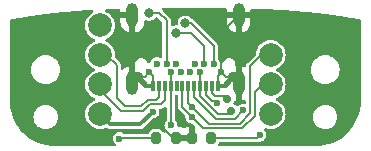
<source format=gbr>
%TF.GenerationSoftware,KiCad,Pcbnew,7.0.6*%
%TF.CreationDate,2023-11-30T13:43:46-08:00*%
%TF.ProjectId,UGC_USBC,5547435f-5553-4424-932e-6b696361645f,rev?*%
%TF.SameCoordinates,Original*%
%TF.FileFunction,Copper,L1,Top*%
%TF.FilePolarity,Positive*%
%FSLAX46Y46*%
G04 Gerber Fmt 4.6, Leading zero omitted, Abs format (unit mm)*
G04 Created by KiCad (PCBNEW 7.0.6) date 2023-11-30 13:43:46*
%MOMM*%
%LPD*%
G01*
G04 APERTURE LIST*
G04 Aperture macros list*
%AMRoundRect*
0 Rectangle with rounded corners*
0 $1 Rounding radius*
0 $2 $3 $4 $5 $6 $7 $8 $9 X,Y pos of 4 corners*
0 Add a 4 corners polygon primitive as box body*
4,1,4,$2,$3,$4,$5,$6,$7,$8,$9,$2,$3,0*
0 Add four circle primitives for the rounded corners*
1,1,$1+$1,$2,$3*
1,1,$1+$1,$4,$5*
1,1,$1+$1,$6,$7*
1,1,$1+$1,$8,$9*
0 Add four rect primitives between the rounded corners*
20,1,$1+$1,$2,$3,$4,$5,0*
20,1,$1+$1,$4,$5,$6,$7,0*
20,1,$1+$1,$6,$7,$8,$9,0*
20,1,$1+$1,$8,$9,$2,$3,0*%
G04 Aperture macros list end*
%TA.AperFunction,SMDPad,CuDef*%
%ADD10RoundRect,0.200000X0.200000X0.275000X-0.200000X0.275000X-0.200000X-0.275000X0.200000X-0.275000X0*%
%TD*%
%TA.AperFunction,SMDPad,CuDef*%
%ADD11RoundRect,0.200000X-0.200000X-0.275000X0.200000X-0.275000X0.200000X0.275000X-0.200000X0.275000X0*%
%TD*%
%TA.AperFunction,SMDPad,CuDef*%
%ADD12R,0.350000X0.890000*%
%TD*%
%TA.AperFunction,ComponentPad*%
%ADD13C,0.600000*%
%TD*%
%TA.AperFunction,ComponentPad*%
%ADD14O,1.000000X2.000000*%
%TD*%
%TA.AperFunction,ComponentPad*%
%ADD15C,0.900000*%
%TD*%
%TA.AperFunction,ViaPad*%
%ADD16C,0.800000*%
%TD*%
%TA.AperFunction,ViaPad*%
%ADD17C,0.600000*%
%TD*%
%TA.AperFunction,ViaPad*%
%ADD18C,0.700000*%
%TD*%
%TA.AperFunction,ViaPad*%
%ADD19C,2.000000*%
%TD*%
%TA.AperFunction,Conductor*%
%ADD20C,0.200000*%
%TD*%
%TA.AperFunction,Conductor*%
%ADD21C,0.350000*%
%TD*%
G04 APERTURE END LIST*
D10*
%TO.P,R2,1*%
%TO.N,GND*%
X228092000Y-158394400D03*
%TO.P,R2,2*%
%TO.N,CC2*%
X226442000Y-158394400D03*
%TD*%
D11*
%TO.P,R1,1*%
%TO.N,GND*%
X229463600Y-158394400D03*
%TO.P,R1,2*%
%TO.N,CC1*%
X231113600Y-158394400D03*
%TD*%
D12*
%TO.P,J1,A1,GND*%
%TO.N,GND*%
X231666178Y-154017400D03*
%TO.P,J1,A2,SSTXP1*%
%TO.N,+3.3V_PRE*%
X231166178Y-154017400D03*
%TO.P,J1,A3,SSTXN1*%
%TO.N,N_CLOCK*%
X230666178Y-154017400D03*
%TO.P,J1,A4,VBUS*%
%TO.N,+5V_PRE*%
X230166178Y-154017400D03*
%TO.P,J1,A5,CC1*%
%TO.N,CC1*%
X229666178Y-154017400D03*
%TO.P,J1,A6,DP1*%
%TO.N,D+*%
X229166178Y-154017400D03*
%TO.P,J1,A7,DN1*%
%TO.N,D-*%
X228666178Y-154017400D03*
%TO.P,J1,A8,SBU1*%
%TO.N,unconnected-(J1-SBU1-PadA8)*%
X228166178Y-154017400D03*
%TO.P,J1,A9,VBUS*%
%TO.N,+5V_PRE*%
X227666178Y-154017400D03*
%TO.P,J1,A10,SSRXN2*%
%TO.N,N_LATCH*%
X227166178Y-154017400D03*
%TO.P,J1,A11,SSRXP2*%
%TO.N,N_DATA*%
X226666178Y-154017400D03*
%TO.P,J1,A12,GND*%
%TO.N,GND*%
X226166178Y-154017400D03*
D13*
%TO.P,J1,B1,GND*%
X225866178Y-152812400D03*
%TO.P,J1,B2,SSTXP2*%
%TO.N,+3.3V_PRE*%
X226516178Y-152112400D03*
%TO.P,J1,B3,SSTXN2*%
%TO.N,N_CLOCK*%
X227316178Y-152112400D03*
%TO.P,J1,B4,VBUS*%
%TO.N,+5V_PRE*%
X227716178Y-152812400D03*
%TO.P,J1,B5,CC2*%
%TO.N,CC2*%
X228116178Y-152112400D03*
%TO.P,J1,B6,DP2*%
%TO.N,D+*%
X228516178Y-152812400D03*
%TO.P,J1,B7,DN2*%
%TO.N,D-*%
X229316178Y-152812400D03*
%TO.P,J1,B8,SBU2*%
%TO.N,unconnected-(J1-SBU2-PadB8)*%
X229716178Y-152112400D03*
%TO.P,J1,B9,VBUS*%
%TO.N,+5V_PRE*%
X230116178Y-152812400D03*
%TO.P,J1,B10,SSRXN1*%
%TO.N,N_LATCH*%
X230516178Y-152112400D03*
%TO.P,J1,B11,SSRXP1*%
%TO.N,N_DATA*%
X231316178Y-152112400D03*
%TO.P,J1,B12,GND*%
%TO.N,GND*%
X231966178Y-152812400D03*
D14*
%TO.P,J1,SH1,SHIELD*%
X233416178Y-148012400D03*
D15*
%TO.P,J1,SH2,SHIELD*%
X232966178Y-153212400D03*
D14*
%TO.P,J1,SH3,SHIELD*%
X233416178Y-153762400D03*
%TO.P,J1,SH4,SHIELD*%
X224416178Y-148012400D03*
D15*
%TO.P,J1,SH5,SHIELD*%
X224866178Y-153212400D03*
D14*
%TO.P,J1,SH6,SHIELD*%
X224416178Y-153762400D03*
%TD*%
D16*
%TO.N,GND*%
X221742000Y-158445200D03*
X226618800Y-157073600D03*
%TO.N,N_LATCH*%
X228142800Y-149504400D03*
D17*
%TO.N,+5V_PRE*%
X227685600Y-157327600D03*
%TO.N,N_CLOCK*%
X231599102Y-155449984D03*
D18*
%TO.N,+3.3V_PRE*%
X232460800Y-155092400D03*
%TO.N,+5V_PRE*%
X232811415Y-156107776D03*
D17*
%TO.N,D+*%
X229463600Y-155752800D03*
%TO.N,CC1*%
X235211839Y-158136958D03*
X233788651Y-156056353D03*
%TO.N,D-*%
X229472830Y-156616400D03*
%TO.N,+3.3V_PRE*%
X226161600Y-156159200D03*
D16*
%TO.N,N_DATA*%
X228904800Y-148691600D03*
%TO.N,N_CLOCK*%
X225856800Y-147828000D03*
D17*
%TO.N,CC2*%
X223316800Y-158445200D03*
D19*
%TO.N,N_CLOCK*%
X221691200Y-148862400D03*
%TO.N,+5V_PRE*%
X236141200Y-156362400D03*
%TO.N,D-*%
X236141200Y-153862400D03*
%TO.N,D+*%
X236141200Y-151362400D03*
%TO.N,GND*%
X236141200Y-148862400D03*
%TO.N,+3.3V_PRE*%
X221691200Y-156362400D03*
%TO.N,N_LATCH*%
X221691200Y-153862400D03*
%TO.N,N_DATA*%
X221691200Y-151362400D03*
%TD*%
D20*
%TO.N,GND*%
X225450400Y-157835600D02*
X223113600Y-157835600D01*
X223113600Y-157835600D02*
X222351600Y-157835600D01*
X225602800Y-157683200D02*
X225450400Y-157835600D01*
X222351600Y-157835600D02*
X221742000Y-158445200D01*
X226212400Y-157073600D02*
X225602800Y-157683200D01*
X226618800Y-157073600D02*
X226212400Y-157073600D01*
X227076000Y-157632400D02*
X226618800Y-157175200D01*
X227838000Y-158394400D02*
X227076000Y-157632400D01*
X226618800Y-157175200D02*
X226618800Y-157073600D01*
X228092000Y-158394400D02*
X227838000Y-158394400D01*
X228092000Y-158394400D02*
X229463600Y-158394400D01*
X231966178Y-149462400D02*
X233416178Y-148012400D01*
X231966178Y-152812400D02*
X231966178Y-149462400D01*
X233416178Y-153762400D02*
X233416178Y-148012400D01*
X226166178Y-153112400D02*
X226166178Y-154017400D01*
X225866178Y-152812400D02*
X226166178Y-153112400D01*
X225466178Y-153212400D02*
X225866178Y-152812400D01*
X224866178Y-153212400D02*
X225466178Y-153212400D01*
X232371421Y-153217643D02*
X232971424Y-153217643D01*
X231966178Y-152812400D02*
X232371421Y-153217643D01*
X231666178Y-153112400D02*
X231966178Y-152812400D01*
X231666178Y-154017400D02*
X231666178Y-153112400D01*
%TO.N,+5V_PRE*%
X230166178Y-154873692D02*
X230166178Y-154017400D01*
X231654886Y-156362400D02*
X230166178Y-154873692D01*
X232556791Y-156362400D02*
X231654886Y-156362400D01*
X232811415Y-156107776D02*
X232556791Y-156362400D01*
%TO.N,+3.3V_PRE*%
X232213200Y-154844800D02*
X231400400Y-154844800D01*
X232460800Y-155092400D02*
X232213200Y-154844800D01*
X231166178Y-154610578D02*
X231166178Y-154017400D01*
X231400400Y-154844800D02*
X231166178Y-154610578D01*
%TO.N,N_DATA*%
X222228400Y-151362400D02*
X221691200Y-151362400D01*
X223113600Y-152247600D02*
X222228400Y-151362400D01*
X223113600Y-154990800D02*
X223113600Y-152247600D01*
X223824800Y-155702000D02*
X223113600Y-154990800D01*
X225189514Y-155702000D02*
X223824800Y-155702000D01*
X225741914Y-155149600D02*
X225189514Y-155702000D01*
X226409200Y-155149600D02*
X225741914Y-155149600D01*
X226666178Y-154892622D02*
X226409200Y-155149600D01*
X226666178Y-154017400D02*
X226666178Y-154892622D01*
%TO.N,N_LATCH*%
X227166178Y-155205422D02*
X227166178Y-154017400D01*
X226822000Y-155549600D02*
X227166178Y-155205422D01*
X225907600Y-155549600D02*
X226822000Y-155549600D01*
X225348800Y-156108400D02*
X225907600Y-155549600D01*
X223469200Y-156108400D02*
X225348800Y-156108400D01*
X221691200Y-154330400D02*
X223469200Y-156108400D01*
X221691200Y-153862400D02*
X221691200Y-154330400D01*
%TO.N,N_DATA*%
X229412800Y-148691600D02*
X231316178Y-150594978D01*
X231316178Y-150594978D02*
X231316178Y-152112400D01*
X228904800Y-148691600D02*
X229412800Y-148691600D01*
%TO.N,N_LATCH*%
X229920800Y-150012400D02*
X229412800Y-149504400D01*
X229412800Y-149504400D02*
X228142800Y-149504400D01*
X230516178Y-150607778D02*
X229920800Y-150012400D01*
X230516178Y-152112400D02*
X230516178Y-150607778D01*
D21*
%TO.N,+3.3V_PRE*%
X222554800Y-157226000D02*
X225094800Y-157226000D01*
X221691200Y-156362400D02*
X222554800Y-157226000D01*
X225094800Y-157226000D02*
X226161600Y-156159200D01*
D20*
%TO.N,CC1*%
X229666178Y-154939378D02*
X229666178Y-154017400D01*
X231495600Y-156768800D02*
X229666178Y-154939378D01*
X233788651Y-156056353D02*
X233076204Y-156768800D01*
X233076204Y-156768800D02*
X231495600Y-156768800D01*
%TO.N,+5V_PRE*%
X227685600Y-157327600D02*
X227666178Y-157308178D01*
X227666178Y-157308178D02*
X227666178Y-154017400D01*
%TO.N,N_CLOCK*%
X230666178Y-154770978D02*
X230666178Y-154017400D01*
X231140000Y-155244800D02*
X230666178Y-154770978D01*
X231393918Y-155244800D02*
X231140000Y-155244800D01*
X231599102Y-155449984D02*
X231393918Y-155244800D01*
%TO.N,D+*%
X234398973Y-152290627D02*
X235327200Y-151362400D01*
X234398973Y-156303827D02*
X234398973Y-152290627D01*
X235327200Y-151362400D02*
X236141200Y-151362400D01*
X230886000Y-157175200D02*
X233527600Y-157175200D01*
X233527600Y-157175200D02*
X234398973Y-156303827D01*
X229463600Y-155752800D02*
X230886000Y-157175200D01*
%TO.N,CC1*%
X234954397Y-158394400D02*
X231113600Y-158394400D01*
X235211839Y-158136958D02*
X234954397Y-158394400D01*
%TO.N,D-*%
X234812933Y-154518267D02*
X235468800Y-153862400D01*
X234812933Y-156499467D02*
X234812933Y-154518267D01*
X235468800Y-153862400D02*
X236141200Y-153862400D01*
X230438030Y-157581600D02*
X233730800Y-157581600D01*
X233730800Y-157581600D02*
X234812933Y-156499467D01*
X229472830Y-156616400D02*
X230438030Y-157581600D01*
X229472830Y-156616400D02*
X228666178Y-155809748D01*
X228666178Y-155809748D02*
X228666178Y-154017400D01*
%TO.N,N_CLOCK*%
X227316178Y-148423778D02*
X227316178Y-152112400D01*
X226720400Y-147828000D02*
X227316178Y-148423778D01*
X225856800Y-147828000D02*
X226720400Y-147828000D01*
%TO.N,D+*%
X229166178Y-155455378D02*
X229463600Y-155752800D01*
X229166178Y-154017400D02*
X229166178Y-155455378D01*
%TO.N,+5V_PRE*%
X227666178Y-152862400D02*
X227666178Y-154017400D01*
X227716178Y-152812400D02*
X227666178Y-152862400D01*
X230166178Y-152862400D02*
X230166178Y-154017400D01*
X230116178Y-152812400D02*
X230166178Y-152862400D01*
D21*
%TO.N,GND*%
X235291200Y-148012400D02*
X236141200Y-148862400D01*
X233416178Y-148012400D02*
X235291200Y-148012400D01*
D20*
%TO.N,CC2*%
X223367600Y-158394400D02*
X223316800Y-158445200D01*
X226442000Y-158394400D02*
X223367600Y-158394400D01*
%TD*%
%TA.AperFunction,Conductor*%
%TO.N,GND*%
G36*
X221065248Y-147557808D02*
G01*
X221114171Y-147607691D01*
X221128360Y-147676104D01*
X221103310Y-147741329D01*
X221066776Y-147773441D01*
X221063568Y-147775293D01*
X220884321Y-147900802D01*
X220729602Y-148055521D01*
X220604100Y-148234757D01*
X220604098Y-148234761D01*
X220511626Y-148433068D01*
X220511622Y-148433077D01*
X220454993Y-148644420D01*
X220454993Y-148644423D01*
X220450866Y-148691598D01*
X220435923Y-148862397D01*
X220435923Y-148862402D01*
X220454993Y-149080375D01*
X220454993Y-149080379D01*
X220511622Y-149291722D01*
X220511624Y-149291726D01*
X220511625Y-149291730D01*
X220545986Y-149365418D01*
X220604097Y-149490038D01*
X220604098Y-149490039D01*
X220729602Y-149669277D01*
X220884323Y-149823998D01*
X221048460Y-149938928D01*
X221063561Y-149949502D01*
X221171893Y-150000018D01*
X221224332Y-150046190D01*
X221243484Y-150113384D01*
X221223268Y-150180265D01*
X221171893Y-150224782D01*
X221063562Y-150275298D01*
X221063557Y-150275300D01*
X220884321Y-150400802D01*
X220729602Y-150555521D01*
X220604100Y-150734757D01*
X220604098Y-150734761D01*
X220511626Y-150933068D01*
X220511622Y-150933077D01*
X220454993Y-151144420D01*
X220454993Y-151144423D01*
X220435923Y-151362400D01*
X220452144Y-151547817D01*
X220454993Y-151580375D01*
X220454993Y-151580379D01*
X220511622Y-151791722D01*
X220511624Y-151791726D01*
X220511625Y-151791730D01*
X220531698Y-151834776D01*
X220604097Y-151990038D01*
X220621775Y-152015284D01*
X220729602Y-152169277D01*
X220884323Y-152323998D01*
X221044004Y-152435808D01*
X221063561Y-152449502D01*
X221171893Y-152500018D01*
X221224332Y-152546190D01*
X221243484Y-152613384D01*
X221223268Y-152680265D01*
X221171893Y-152724782D01*
X221063562Y-152775298D01*
X221063557Y-152775300D01*
X220884321Y-152900802D01*
X220729602Y-153055521D01*
X220604100Y-153234757D01*
X220604098Y-153234761D01*
X220511626Y-153433068D01*
X220511622Y-153433077D01*
X220454993Y-153644420D01*
X220454993Y-153644424D01*
X220435923Y-153862397D01*
X220435923Y-153862402D01*
X220440515Y-153914889D01*
X220454897Y-154079284D01*
X220454993Y-154080375D01*
X220454993Y-154080379D01*
X220511622Y-154291722D01*
X220511624Y-154291726D01*
X220511625Y-154291730D01*
X220526155Y-154322889D01*
X220604097Y-154490038D01*
X220627460Y-154523404D01*
X220729602Y-154669277D01*
X220884323Y-154823998D01*
X221043761Y-154935638D01*
X221063561Y-154949502D01*
X221171893Y-155000018D01*
X221224332Y-155046190D01*
X221243484Y-155113384D01*
X221223268Y-155180265D01*
X221171893Y-155224782D01*
X221063562Y-155275298D01*
X221063557Y-155275300D01*
X220884321Y-155400802D01*
X220729602Y-155555521D01*
X220604100Y-155734757D01*
X220604098Y-155734761D01*
X220511626Y-155933068D01*
X220511622Y-155933077D01*
X220454993Y-156144420D01*
X220454993Y-156144424D01*
X220435923Y-156362397D01*
X220435923Y-156362402D01*
X220441631Y-156427640D01*
X220453539Y-156563762D01*
X220454993Y-156580375D01*
X220454993Y-156580379D01*
X220511622Y-156791722D01*
X220511624Y-156791726D01*
X220511625Y-156791730D01*
X220527887Y-156826604D01*
X220604097Y-156990038D01*
X220604098Y-156990039D01*
X220729602Y-157169277D01*
X220884323Y-157323998D01*
X221063561Y-157449502D01*
X221261870Y-157541975D01*
X221261876Y-157541976D01*
X221261877Y-157541977D01*
X221284038Y-157547915D01*
X221473223Y-157598607D01*
X221656126Y-157614608D01*
X221691198Y-157617677D01*
X221691200Y-157617677D01*
X221691202Y-157617677D01*
X221719454Y-157615205D01*
X221909177Y-157598607D01*
X222120530Y-157541975D01*
X222143110Y-157531445D01*
X222212183Y-157520951D01*
X222275968Y-157549468D01*
X222283197Y-157556145D01*
X222301580Y-157574528D01*
X222323099Y-157585492D01*
X222339678Y-157595651D01*
X222359219Y-157609849D01*
X222382181Y-157617309D01*
X222400154Y-157624753D01*
X222421674Y-157635719D01*
X222445524Y-157639495D01*
X222464445Y-157644039D01*
X222486289Y-157651136D01*
X222487407Y-157651500D01*
X222487408Y-157651500D01*
X223236135Y-157651500D01*
X223303174Y-157671185D01*
X223314335Y-157684066D01*
X223315153Y-157682760D01*
X223378359Y-157652981D01*
X223397465Y-157651500D01*
X225162192Y-157651500D01*
X225162193Y-157651500D01*
X225185160Y-157644036D01*
X225204076Y-157639495D01*
X225227926Y-157635719D01*
X225249436Y-157624757D01*
X225267414Y-157617310D01*
X225290381Y-157609849D01*
X225309918Y-157595653D01*
X225326506Y-157585488D01*
X225348020Y-157574528D01*
X225443328Y-157479220D01*
X225443328Y-157479219D01*
X226185385Y-156737161D01*
X226246706Y-156703678D01*
X226256861Y-156701908D01*
X226305309Y-156695530D01*
X226439225Y-156640061D01*
X226554221Y-156551821D01*
X226642461Y-156436825D01*
X226697930Y-156302909D01*
X226716850Y-156159200D01*
X226701635Y-156043635D01*
X226712400Y-155974602D01*
X226758780Y-155922346D01*
X226809236Y-155904403D01*
X226839940Y-155900576D01*
X226847616Y-155900100D01*
X226851035Y-155900100D01*
X226851040Y-155900100D01*
X226854608Y-155899504D01*
X226872539Y-155896513D01*
X226899958Y-155893094D01*
X226923393Y-155890173D01*
X226923402Y-155890168D01*
X226930451Y-155888070D01*
X226937377Y-155885692D01*
X226937381Y-155885692D01*
X226982444Y-155861304D01*
X227028484Y-155838798D01*
X227028487Y-155838794D01*
X227034453Y-155834535D01*
X227040251Y-155830021D01*
X227040258Y-155830018D01*
X227074957Y-155792324D01*
X227103998Y-155763282D01*
X227165317Y-155729799D01*
X227235008Y-155734782D01*
X227290943Y-155776653D01*
X227315361Y-155842117D01*
X227315677Y-155850965D01*
X227315677Y-156863305D01*
X227295992Y-156930344D01*
X227290053Y-156938791D01*
X227204739Y-157049974D01*
X227204738Y-157049976D01*
X227149271Y-157183887D01*
X227149270Y-157183891D01*
X227130350Y-157327600D01*
X227148992Y-157469201D01*
X227149270Y-157471308D01*
X227149271Y-157471312D01*
X227204737Y-157605222D01*
X227204738Y-157605224D01*
X227204739Y-157605225D01*
X227253944Y-157669350D01*
X227279138Y-157734519D01*
X227265100Y-157802963D01*
X227261687Y-157808983D01*
X227248981Y-157830001D01*
X227248979Y-157830005D01*
X227244412Y-157844663D01*
X227205673Y-157902810D01*
X227141647Y-157930782D01*
X227072662Y-157919699D01*
X227026258Y-157881404D01*
X226964150Y-157797250D01*
X226854882Y-157716607D01*
X226854880Y-157716606D01*
X226726700Y-157671753D01*
X226696270Y-157668900D01*
X226696266Y-157668900D01*
X226187734Y-157668900D01*
X226187730Y-157668900D01*
X226157300Y-157671753D01*
X226157298Y-157671753D01*
X226029119Y-157716606D01*
X226029117Y-157716607D01*
X225919850Y-157797250D01*
X225841944Y-157902810D01*
X225839207Y-157906518D01*
X225820193Y-157960856D01*
X225779473Y-158017631D01*
X225714520Y-158043378D01*
X225703153Y-158043900D01*
X223740202Y-158043900D01*
X223673163Y-158024215D01*
X223664715Y-158018275D01*
X223594426Y-157964339D01*
X223594423Y-157964338D01*
X223460512Y-157908871D01*
X223460510Y-157908870D01*
X223460509Y-157908870D01*
X223381278Y-157898438D01*
X223317383Y-157870172D01*
X223314854Y-157866338D01*
X223271070Y-157894477D01*
X223252321Y-157898438D01*
X223190971Y-157906516D01*
X223173091Y-157908870D01*
X223173087Y-157908871D01*
X223039177Y-157964337D01*
X222924179Y-158052579D01*
X222835937Y-158167577D01*
X222780471Y-158301487D01*
X222780470Y-158301491D01*
X222761550Y-158445200D01*
X222780276Y-158587439D01*
X222780470Y-158588908D01*
X222780471Y-158588912D01*
X222835937Y-158722822D01*
X222835938Y-158722824D01*
X222835939Y-158722825D01*
X222908501Y-158817389D01*
X222924180Y-158837822D01*
X222960465Y-158865664D01*
X223001668Y-158922092D01*
X223005823Y-158991838D01*
X222971611Y-159052758D01*
X222909893Y-159085511D01*
X222884979Y-159088040D01*
X217917729Y-159088040D01*
X217914686Y-159087965D01*
X217541923Y-159069652D01*
X217535865Y-159069056D01*
X217168209Y-159014519D01*
X217162239Y-159013332D01*
X216801704Y-158923023D01*
X216795878Y-158921256D01*
X216445919Y-158796039D01*
X216440294Y-158793709D01*
X216104307Y-158634800D01*
X216098938Y-158631931D01*
X215780138Y-158440852D01*
X215775075Y-158437469D01*
X215476535Y-158216057D01*
X215471829Y-158212195D01*
X215471799Y-158212168D01*
X215196430Y-157962590D01*
X215192135Y-157958295D01*
X214942515Y-157682886D01*
X214938670Y-157678200D01*
X214717247Y-157379649D01*
X214713875Y-157374602D01*
X214590808Y-157169281D01*
X214522781Y-157055787D01*
X214519920Y-157050433D01*
X214360998Y-156714426D01*
X214358677Y-156708823D01*
X214324176Y-156612400D01*
X216052878Y-156612400D01*
X216072677Y-156813431D01*
X216131318Y-157006745D01*
X216226538Y-157184888D01*
X216226543Y-157184895D01*
X216354692Y-157341047D01*
X216450167Y-157419400D01*
X216510846Y-157469198D01*
X216510849Y-157469199D01*
X216510851Y-157469201D01*
X216688994Y-157564421D01*
X216688996Y-157564421D01*
X216688999Y-157564423D01*
X216882307Y-157623062D01*
X217083340Y-157642862D01*
X217284373Y-157623062D01*
X217477681Y-157564423D01*
X217519675Y-157541977D01*
X217559011Y-157520951D01*
X217655834Y-157469198D01*
X217811987Y-157341047D01*
X217940138Y-157184894D01*
X218035363Y-157006741D01*
X218094002Y-156813433D01*
X218113802Y-156612400D01*
X218094002Y-156411367D01*
X218035363Y-156218059D01*
X218035361Y-156218056D01*
X218035361Y-156218054D01*
X217940141Y-156039911D01*
X217940139Y-156039909D01*
X217940138Y-156039906D01*
X217886545Y-155974602D01*
X217811987Y-155883752D01*
X217655835Y-155755603D01*
X217655828Y-155755598D01*
X217477685Y-155660378D01*
X217284371Y-155601737D01*
X217083340Y-155581938D01*
X216882308Y-155601737D01*
X216688994Y-155660378D01*
X216510851Y-155755598D01*
X216510844Y-155755603D01*
X216354692Y-155883752D01*
X216226543Y-156039904D01*
X216226538Y-156039911D01*
X216131318Y-156218054D01*
X216072677Y-156411368D01*
X216052878Y-156612400D01*
X214324176Y-156612400D01*
X214233453Y-156358853D01*
X214231690Y-156353042D01*
X214231686Y-156353028D01*
X214141373Y-155992490D01*
X214140186Y-155986524D01*
X214140185Y-155986519D01*
X214107070Y-155763285D01*
X214085648Y-155618872D01*
X214085051Y-155612814D01*
X214066775Y-155240863D01*
X214066700Y-155237820D01*
X214066700Y-152612401D01*
X215853158Y-152612401D01*
X215871847Y-152826013D01*
X215871849Y-152826024D01*
X215927345Y-153033139D01*
X215927347Y-153033143D01*
X215927348Y-153033147D01*
X215937782Y-153055523D01*
X216017971Y-153227490D01*
X216091087Y-153331910D01*
X216140967Y-153403145D01*
X216292595Y-153554773D01*
X216468249Y-153677768D01*
X216662593Y-153768392D01*
X216869721Y-153823892D01*
X217022305Y-153837241D01*
X217083338Y-153842581D01*
X217083340Y-153842581D01*
X217083342Y-153842581D01*
X217136744Y-153837908D01*
X217296959Y-153823892D01*
X217504087Y-153768392D01*
X217698431Y-153677768D01*
X217874085Y-153554773D01*
X218025713Y-153403145D01*
X218148708Y-153227491D01*
X218239332Y-153033147D01*
X218294832Y-152826019D01*
X218313521Y-152612400D01*
X218311846Y-152593260D01*
X218300848Y-152467549D01*
X218294832Y-152398781D01*
X218248493Y-152225841D01*
X218239334Y-152191660D01*
X218239333Y-152191659D01*
X218239332Y-152191653D01*
X218148708Y-151997310D01*
X218147331Y-151995344D01*
X218025716Y-151821659D01*
X218025711Y-151821653D01*
X217874085Y-151670027D01*
X217698430Y-151547031D01*
X217601259Y-151501720D01*
X217504087Y-151456408D01*
X217504083Y-151456407D01*
X217504079Y-151456405D01*
X217296964Y-151400909D01*
X217296960Y-151400908D01*
X217296959Y-151400908D01*
X217296958Y-151400907D01*
X217296953Y-151400907D01*
X217083342Y-151382219D01*
X217083338Y-151382219D01*
X216869726Y-151400907D01*
X216869715Y-151400909D01*
X216662600Y-151456405D01*
X216662591Y-151456409D01*
X216468250Y-151547031D01*
X216468248Y-151547032D01*
X216292599Y-151670023D01*
X216292593Y-151670028D01*
X216140968Y-151821653D01*
X216140963Y-151821659D01*
X216017972Y-151997308D01*
X216017971Y-151997310D01*
X215927349Y-152191651D01*
X215927345Y-152191660D01*
X215871849Y-152398775D01*
X215871847Y-152398786D01*
X215853158Y-152612398D01*
X215853158Y-152612401D01*
X214066700Y-152612401D01*
X214066700Y-148467755D01*
X214086385Y-148400716D01*
X214139189Y-148354961D01*
X214168770Y-148345710D01*
X214226768Y-148335288D01*
X214368294Y-148310209D01*
X214510022Y-148285454D01*
X214651906Y-148261032D01*
X214793175Y-148237076D01*
X214934537Y-148213467D01*
X215076364Y-148190148D01*
X215218091Y-148167212D01*
X215259393Y-148160636D01*
X215359609Y-148144680D01*
X215501512Y-148122457D01*
X215643302Y-148100623D01*
X215669314Y-148096686D01*
X215785409Y-148079115D01*
X215927668Y-148057958D01*
X216069595Y-148037226D01*
X216212325Y-148016754D01*
X216233659Y-148013755D01*
X216375563Y-147993807D01*
X216537767Y-147971509D01*
X216699690Y-147949750D01*
X216861401Y-147928515D01*
X217023031Y-147907788D01*
X217184000Y-147887638D01*
X217345116Y-147867960D01*
X217505855Y-147848813D01*
X217666461Y-147830164D01*
X217826961Y-147812007D01*
X217987504Y-147794318D01*
X218148060Y-147777097D01*
X218308272Y-147760376D01*
X218469331Y-147744028D01*
X218629920Y-147728183D01*
X218790985Y-147712739D01*
X218952012Y-147697742D01*
X219113481Y-147683141D01*
X219275505Y-147668922D01*
X219437536Y-147655128D01*
X219514914Y-147648739D01*
X219599838Y-147641727D01*
X219762538Y-147628704D01*
X219926190Y-147616010D01*
X220090253Y-147603681D01*
X220255007Y-147591691D01*
X220420056Y-147580062D01*
X220585867Y-147568753D01*
X220752057Y-147557785D01*
X220794488Y-147555075D01*
X220919605Y-147547084D01*
X220997124Y-147542295D01*
X221065248Y-147557808D01*
G37*
%TD.AperFunction*%
%TA.AperFunction,Conductor*%
G36*
X229032357Y-147347646D02*
G01*
X229147248Y-147347710D01*
X229262849Y-147347821D01*
X229379689Y-147347981D01*
X229493339Y-147348185D01*
X229611852Y-147348448D01*
X229727092Y-147348759D01*
X229843600Y-147349125D01*
X229958367Y-147349543D01*
X230076396Y-147350031D01*
X230190935Y-147350562D01*
X230308114Y-147351169D01*
X230422957Y-147351826D01*
X230538538Y-147352550D01*
X230538538Y-147352551D01*
X230655951Y-147353354D01*
X230770848Y-147354209D01*
X230886750Y-147355140D01*
X231004350Y-147356158D01*
X231119336Y-147357227D01*
X231236793Y-147358395D01*
X231351637Y-147359613D01*
X231467089Y-147360915D01*
X231467090Y-147360916D01*
X231584534Y-147362324D01*
X231699593Y-147363785D01*
X231814929Y-147365333D01*
X231931000Y-147366978D01*
X232047224Y-147368713D01*
X232162787Y-147370529D01*
X232278560Y-147372438D01*
X232294324Y-147372711D01*
X232361013Y-147393553D01*
X232405847Y-147447140D01*
X232416178Y-147496692D01*
X232416178Y-147762400D01*
X233116178Y-147762400D01*
X233116178Y-148262400D01*
X232416178Y-148262400D01*
X232416178Y-148563113D01*
X232431596Y-148714738D01*
X232492477Y-148908781D01*
X232492482Y-148908791D01*
X232591183Y-149086615D01*
X232591183Y-149086616D01*
X232723656Y-149240930D01*
X232723657Y-149240931D01*
X232884482Y-149365418D01*
X233067085Y-149454989D01*
X233166177Y-149480644D01*
X233166177Y-148628510D01*
X233190635Y-148668010D01*
X233280140Y-148735601D01*
X233388018Y-148766295D01*
X233499699Y-148755946D01*
X233600100Y-148705952D01*
X233666178Y-148633469D01*
X233666178Y-149485765D01*
X233668122Y-149485469D01*
X233668123Y-149485469D01*
X233858838Y-149414836D01*
X233858842Y-149414834D01*
X234031445Y-149307250D01*
X234178846Y-149167135D01*
X234178847Y-149167133D01*
X234295034Y-149000204D01*
X234375237Y-148813307D01*
X234416178Y-148614090D01*
X234416178Y-148262400D01*
X233716178Y-148262400D01*
X233716178Y-147762400D01*
X234416178Y-147762400D01*
X234416178Y-147555075D01*
X234435863Y-147488036D01*
X234488667Y-147442281D01*
X234544682Y-147431157D01*
X234636946Y-147434510D01*
X234754828Y-147438933D01*
X234873352Y-147443523D01*
X234991379Y-147448239D01*
X235109785Y-147453116D01*
X235228016Y-147458135D01*
X235345708Y-147463283D01*
X235463848Y-147468604D01*
X235581860Y-147474073D01*
X235699391Y-147479678D01*
X235817186Y-147485454D01*
X235935583Y-147491422D01*
X236052944Y-147497503D01*
X236170355Y-147503750D01*
X236288399Y-147510201D01*
X236406546Y-147516829D01*
X236575773Y-147526607D01*
X236744852Y-147536709D01*
X236744853Y-147536710D01*
X236912759Y-147547082D01*
X237080371Y-147557787D01*
X237246534Y-147568754D01*
X237412287Y-147580058D01*
X237577366Y-147591690D01*
X237742120Y-147603679D01*
X237906208Y-147616010D01*
X238069885Y-147628706D01*
X238232559Y-147641727D01*
X238317485Y-147648739D01*
X238394865Y-147655128D01*
X238556893Y-147668922D01*
X238718914Y-147683141D01*
X238880420Y-147697745D01*
X239041414Y-147712739D01*
X239202475Y-147728183D01*
X239202506Y-147728186D01*
X239363096Y-147744031D01*
X239524122Y-147760376D01*
X239684649Y-147777129D01*
X239844893Y-147794318D01*
X240005432Y-147812006D01*
X240165937Y-147830164D01*
X240326543Y-147848813D01*
X240487282Y-147867960D01*
X240648398Y-147887638D01*
X240809659Y-147907825D01*
X240971002Y-147928515D01*
X241132708Y-147949750D01*
X241294631Y-147971509D01*
X241456843Y-147993809D01*
X241620029Y-148016747D01*
X241762797Y-148037225D01*
X241904679Y-148057951D01*
X242046996Y-148079116D01*
X242189096Y-148100623D01*
X242330885Y-148122457D01*
X242472796Y-148144681D01*
X242614246Y-148167202D01*
X242756089Y-148190157D01*
X242897796Y-148213456D01*
X243039288Y-148237087D01*
X243180492Y-148261032D01*
X243322376Y-148285454D01*
X243464104Y-148310209D01*
X243605630Y-148335288D01*
X243614959Y-148336964D01*
X243663631Y-148345710D01*
X243726131Y-148376940D01*
X243761826Y-148437003D01*
X243765700Y-148467755D01*
X243765700Y-155237006D01*
X243765625Y-155240050D01*
X243747308Y-155612810D01*
X243746711Y-155618869D01*
X243692172Y-155986519D01*
X243690984Y-155992490D01*
X243600672Y-156353028D01*
X243598905Y-156358854D01*
X243473690Y-156708796D01*
X243471360Y-156714421D01*
X243312446Y-157050410D01*
X243309579Y-157055774D01*
X243304578Y-157064118D01*
X243118494Y-157374575D01*
X243115112Y-157379637D01*
X242893707Y-157678164D01*
X242889845Y-157682870D01*
X242640241Y-157958262D01*
X242635936Y-157962567D01*
X242360541Y-158212168D01*
X242355835Y-158216030D01*
X242057306Y-158437432D01*
X242052244Y-158440815D01*
X241733442Y-158631896D01*
X241728073Y-158634765D01*
X241392090Y-158793672D01*
X241386465Y-158796002D01*
X241036509Y-158921218D01*
X241030683Y-158922985D01*
X240670152Y-159013293D01*
X240664181Y-159014480D01*
X240296530Y-159069016D01*
X240290472Y-159069612D01*
X239945845Y-159086543D01*
X239916909Y-159087965D01*
X239913872Y-159088040D01*
X231810167Y-159088040D01*
X231743128Y-159068355D01*
X231697373Y-159015551D01*
X231687429Y-158946393D01*
X231710397Y-158890407D01*
X231716390Y-158882286D01*
X231716389Y-158882286D01*
X231716393Y-158882282D01*
X231735406Y-158827943D01*
X231776127Y-158771169D01*
X231841080Y-158745422D01*
X231852447Y-158744900D01*
X234905186Y-158744900D01*
X234930631Y-158747538D01*
X234939712Y-158749443D01*
X234955402Y-158747487D01*
X234972336Y-158745377D01*
X234980012Y-158744900D01*
X234983432Y-158744900D01*
X234983437Y-158744900D01*
X234987005Y-158744304D01*
X235004936Y-158741313D01*
X235032355Y-158737894D01*
X235055790Y-158734973D01*
X235055799Y-158734968D01*
X235062848Y-158732870D01*
X235069774Y-158730492D01*
X235069778Y-158730492D01*
X235084798Y-158722362D01*
X235114839Y-158706106D01*
X235124227Y-158701516D01*
X235193099Y-158689754D01*
X235194879Y-158689975D01*
X235211838Y-158692208D01*
X235211838Y-158692207D01*
X235211839Y-158692208D01*
X235355548Y-158673288D01*
X235489464Y-158617819D01*
X235604460Y-158529579D01*
X235692700Y-158414583D01*
X235748169Y-158280667D01*
X235767089Y-158136958D01*
X235748169Y-157993249D01*
X235711189Y-157903971D01*
X235692701Y-157859335D01*
X235692700Y-157859334D01*
X235692700Y-157859333D01*
X235604460Y-157744337D01*
X235604457Y-157744335D01*
X235603569Y-157743177D01*
X235578375Y-157678008D01*
X235592413Y-157609563D01*
X235641227Y-157559573D01*
X235709318Y-157543909D01*
X235734037Y-157547914D01*
X235923223Y-157598607D01*
X236110987Y-157615033D01*
X236141198Y-157617677D01*
X236141200Y-157617677D01*
X236141202Y-157617677D01*
X236169454Y-157615205D01*
X236359177Y-157598607D01*
X236570530Y-157541975D01*
X236768839Y-157449502D01*
X236948077Y-157323998D01*
X237102798Y-157169277D01*
X237228302Y-156990039D01*
X237320775Y-156791730D01*
X237368826Y-156612400D01*
X239718598Y-156612400D01*
X239738397Y-156813431D01*
X239797038Y-157006745D01*
X239892258Y-157184888D01*
X239892263Y-157184895D01*
X240020412Y-157341047D01*
X240115887Y-157419400D01*
X240176566Y-157469198D01*
X240176569Y-157469199D01*
X240176571Y-157469201D01*
X240354714Y-157564421D01*
X240354716Y-157564421D01*
X240354719Y-157564423D01*
X240548027Y-157623062D01*
X240749060Y-157642862D01*
X240950093Y-157623062D01*
X241143401Y-157564423D01*
X241185395Y-157541977D01*
X241224731Y-157520951D01*
X241321554Y-157469198D01*
X241477707Y-157341047D01*
X241605858Y-157184894D01*
X241701083Y-157006741D01*
X241759722Y-156813433D01*
X241779522Y-156612400D01*
X241759722Y-156411367D01*
X241701083Y-156218059D01*
X241701081Y-156218056D01*
X241701081Y-156218054D01*
X241605861Y-156039911D01*
X241605859Y-156039909D01*
X241605858Y-156039906D01*
X241552265Y-155974602D01*
X241477707Y-155883752D01*
X241321555Y-155755603D01*
X241321548Y-155755598D01*
X241143405Y-155660378D01*
X240950091Y-155601737D01*
X240749060Y-155581938D01*
X240548028Y-155601737D01*
X240354714Y-155660378D01*
X240176571Y-155755598D01*
X240176564Y-155755603D01*
X240020412Y-155883752D01*
X239892263Y-156039904D01*
X239892258Y-156039911D01*
X239797038Y-156218054D01*
X239738397Y-156411368D01*
X239718598Y-156612400D01*
X237368826Y-156612400D01*
X237377407Y-156580377D01*
X237395219Y-156376776D01*
X237396477Y-156362402D01*
X237396477Y-156362397D01*
X237390318Y-156292001D01*
X237377407Y-156144423D01*
X237332556Y-155977037D01*
X237320777Y-155933077D01*
X237320776Y-155933076D01*
X237320775Y-155933070D01*
X237228302Y-155734762D01*
X237228300Y-155734759D01*
X237228299Y-155734757D01*
X237102799Y-155555524D01*
X237048378Y-155501103D01*
X236948077Y-155400802D01*
X236768839Y-155275298D01*
X236757565Y-155270041D01*
X236660507Y-155224782D01*
X236608067Y-155178610D01*
X236588915Y-155111416D01*
X236609131Y-155044535D01*
X236660507Y-155000018D01*
X236768839Y-154949502D01*
X236948077Y-154823998D01*
X237102798Y-154669277D01*
X237228302Y-154490039D01*
X237320775Y-154291730D01*
X237377407Y-154080377D01*
X237396477Y-153862400D01*
X237396449Y-153862085D01*
X237389180Y-153778993D01*
X237377407Y-153644423D01*
X237320775Y-153433070D01*
X237228302Y-153234762D01*
X237228300Y-153234759D01*
X237228299Y-153234757D01*
X237102799Y-153055524D01*
X237026531Y-152979256D01*
X236948077Y-152900802D01*
X236768839Y-152775298D01*
X236748929Y-152766014D01*
X236660507Y-152724782D01*
X236608067Y-152678610D01*
X236589196Y-152612401D01*
X239518878Y-152612401D01*
X239537567Y-152826013D01*
X239537569Y-152826024D01*
X239593065Y-153033139D01*
X239593067Y-153033143D01*
X239593068Y-153033147D01*
X239603502Y-153055523D01*
X239683691Y-153227490D01*
X239756807Y-153331910D01*
X239806687Y-153403145D01*
X239958315Y-153554773D01*
X240133969Y-153677768D01*
X240328313Y-153768392D01*
X240535441Y-153823892D01*
X240688026Y-153837241D01*
X240749058Y-153842581D01*
X240749060Y-153842581D01*
X240749062Y-153842581D01*
X240802464Y-153837908D01*
X240962679Y-153823892D01*
X241169807Y-153768392D01*
X241364151Y-153677768D01*
X241539805Y-153554773D01*
X241691433Y-153403145D01*
X241814428Y-153227491D01*
X241905052Y-153033147D01*
X241960552Y-152826019D01*
X241979241Y-152612400D01*
X241977566Y-152593260D01*
X241966568Y-152467549D01*
X241960552Y-152398781D01*
X241914213Y-152225841D01*
X241905054Y-152191660D01*
X241905053Y-152191659D01*
X241905052Y-152191653D01*
X241814428Y-151997310D01*
X241813051Y-151995344D01*
X241691436Y-151821659D01*
X241691431Y-151821653D01*
X241539805Y-151670027D01*
X241364150Y-151547031D01*
X241266979Y-151501720D01*
X241169807Y-151456408D01*
X241169803Y-151456407D01*
X241169799Y-151456405D01*
X240962684Y-151400909D01*
X240962680Y-151400908D01*
X240962679Y-151400908D01*
X240962678Y-151400907D01*
X240962673Y-151400907D01*
X240749062Y-151382219D01*
X240749058Y-151382219D01*
X240535446Y-151400907D01*
X240535435Y-151400909D01*
X240328320Y-151456405D01*
X240328311Y-151456409D01*
X240133970Y-151547031D01*
X240133968Y-151547032D01*
X239958319Y-151670023D01*
X239958313Y-151670028D01*
X239806688Y-151821653D01*
X239806683Y-151821659D01*
X239683692Y-151997308D01*
X239683691Y-151997310D01*
X239593069Y-152191651D01*
X239593065Y-152191660D01*
X239537569Y-152398775D01*
X239537567Y-152398786D01*
X239518878Y-152612398D01*
X239518878Y-152612401D01*
X236589196Y-152612401D01*
X236588915Y-152611416D01*
X236609131Y-152544535D01*
X236660507Y-152500018D01*
X236670402Y-152495404D01*
X236768839Y-152449502D01*
X236948077Y-152323998D01*
X237102798Y-152169277D01*
X237228302Y-151990039D01*
X237320775Y-151791730D01*
X237377407Y-151580377D01*
X237396477Y-151362400D01*
X237377407Y-151144423D01*
X237320775Y-150933070D01*
X237228302Y-150734762D01*
X237228300Y-150734759D01*
X237228299Y-150734757D01*
X237102799Y-150555524D01*
X237026870Y-150479595D01*
X236948077Y-150400802D01*
X236768839Y-150275298D01*
X236768840Y-150275298D01*
X236768838Y-150275297D01*
X236647859Y-150218884D01*
X236570530Y-150182825D01*
X236570526Y-150182824D01*
X236570522Y-150182822D01*
X236359177Y-150126193D01*
X236141202Y-150107123D01*
X236141198Y-150107123D01*
X236027205Y-150117096D01*
X235923223Y-150126193D01*
X235923220Y-150126193D01*
X235711877Y-150182822D01*
X235711868Y-150182826D01*
X235513561Y-150275298D01*
X235513557Y-150275300D01*
X235334321Y-150400802D01*
X235179602Y-150555521D01*
X235054100Y-150734757D01*
X235054098Y-150734761D01*
X234961626Y-150933068D01*
X234961622Y-150933077D01*
X234904994Y-151144417D01*
X234904992Y-151144427D01*
X234895072Y-151257818D01*
X234869619Y-151322886D01*
X234859225Y-151334691D01*
X234185928Y-152007988D01*
X234166079Y-152024109D01*
X234158304Y-152029189D01*
X234138116Y-152055125D01*
X234133040Y-152060875D01*
X234130607Y-152063308D01*
X234130596Y-152063321D01*
X234117927Y-152081065D01*
X234086456Y-152121499D01*
X234082948Y-152127980D01*
X234079733Y-152134559D01*
X234065111Y-152183672D01*
X234048471Y-152232143D01*
X234047268Y-152239353D01*
X234046355Y-152246676D01*
X234046651Y-152253824D01*
X234029753Y-152321619D01*
X233978884Y-152369516D01*
X233910195Y-152382308D01*
X233868149Y-152370274D01*
X233765274Y-152319812D01*
X233765273Y-152319811D01*
X233666178Y-152294153D01*
X233666178Y-152696053D01*
X233646493Y-152763092D01*
X233593689Y-152808847D01*
X233524531Y-152818791D01*
X233521069Y-152818243D01*
X233487259Y-152812402D01*
X233458480Y-152807430D01*
X233458479Y-152807430D01*
X233434592Y-152809603D01*
X233412146Y-152811645D01*
X233406529Y-152811900D01*
X233290178Y-152811900D01*
X233223139Y-152792215D01*
X233177384Y-152739411D01*
X233166178Y-152687900D01*
X233166178Y-152280319D01*
X233164506Y-152278065D01*
X233140379Y-152212494D01*
X233141364Y-152186543D01*
X233141678Y-152184359D01*
X233141678Y-152040438D01*
X233141677Y-152040436D01*
X233140335Y-152035867D01*
X233116991Y-151956362D01*
X233101132Y-151902349D01*
X233057706Y-151834777D01*
X233023321Y-151781272D01*
X232914551Y-151687023D01*
X232877338Y-151670028D01*
X232783634Y-151627234D01*
X232703789Y-151615755D01*
X232676977Y-151611900D01*
X232605379Y-151611900D01*
X232591972Y-151613827D01*
X232498721Y-151627234D01*
X232367806Y-151687022D01*
X232367804Y-151687023D01*
X232259034Y-151781273D01*
X232181226Y-151902344D01*
X232181225Y-151902346D01*
X232181225Y-151902347D01*
X232173844Y-151927484D01*
X232136069Y-151986260D01*
X232072513Y-152015284D01*
X232040985Y-152015766D01*
X231966182Y-152007338D01*
X231966173Y-152007338D01*
X231965596Y-152007403D01*
X231965225Y-152007338D01*
X231959215Y-152007338D01*
X231959215Y-152006284D01*
X231896775Y-151995344D01*
X231845398Y-151947992D01*
X231837159Y-151931634D01*
X231797040Y-151834776D01*
X231797038Y-151834774D01*
X231786971Y-151821655D01*
X231755985Y-151781273D01*
X231708797Y-151719776D01*
X231703052Y-151714031D01*
X231705567Y-151711515D01*
X231673974Y-151668216D01*
X231666677Y-151626307D01*
X231666677Y-151257818D01*
X231666677Y-150644181D01*
X231669318Y-150618736D01*
X231671221Y-150609662D01*
X231670459Y-150603557D01*
X231667153Y-150577040D01*
X231666677Y-150569364D01*
X231666678Y-150565938D01*
X231663090Y-150544437D01*
X231656751Y-150493585D01*
X231656749Y-150493581D01*
X231654680Y-150486631D01*
X231654648Y-150486537D01*
X231654622Y-150486450D01*
X231652269Y-150479595D01*
X231627882Y-150434533D01*
X231605377Y-150388496D01*
X231601097Y-150382502D01*
X231596597Y-150376721D01*
X231558902Y-150342019D01*
X229695437Y-148478555D01*
X229679311Y-148458698D01*
X229674237Y-148450931D01*
X229648287Y-148430733D01*
X229642541Y-148425659D01*
X229640107Y-148423225D01*
X229640106Y-148423224D01*
X229640105Y-148423223D01*
X229633648Y-148418613D01*
X229622361Y-148410555D01*
X229581926Y-148379083D01*
X229581922Y-148379081D01*
X229575448Y-148375577D01*
X229568869Y-148372361D01*
X229568866Y-148372360D01*
X229519754Y-148357738D01*
X229486293Y-148346251D01*
X229429278Y-148305864D01*
X229424508Y-148299410D01*
X229414875Y-148285454D01*
X229395283Y-148257070D01*
X229277040Y-148152317D01*
X229277038Y-148152316D01*
X229277037Y-148152315D01*
X229137165Y-148078903D01*
X228983786Y-148041100D01*
X228983785Y-148041100D01*
X228825815Y-148041100D01*
X228825814Y-148041100D01*
X228672434Y-148078903D01*
X228532562Y-148152315D01*
X228414316Y-148257071D01*
X228324581Y-148387075D01*
X228324580Y-148387076D01*
X228268562Y-148534781D01*
X228255250Y-148644423D01*
X228249522Y-148691600D01*
X228252357Y-148714954D01*
X228240898Y-148783876D01*
X228193995Y-148835662D01*
X228129262Y-148853900D01*
X228063814Y-148853900D01*
X227910435Y-148891703D01*
X227848302Y-148924313D01*
X227779793Y-148938037D01*
X227714740Y-148912545D01*
X227673797Y-148855928D01*
X227666678Y-148814521D01*
X227666678Y-148472983D01*
X227669317Y-148447538D01*
X227671220Y-148438463D01*
X227668143Y-148413777D01*
X227667155Y-148405846D01*
X227666678Y-148398169D01*
X227666678Y-148394741D01*
X227666676Y-148394728D01*
X227663088Y-148373227D01*
X227660811Y-148354961D01*
X227656751Y-148322385D01*
X227656750Y-148322382D01*
X227654696Y-148315482D01*
X227654653Y-148315357D01*
X227654615Y-148315231D01*
X227652270Y-148308396D01*
X227627882Y-148263333D01*
X227605377Y-148217296D01*
X227601097Y-148211302D01*
X227596597Y-148205521D01*
X227558902Y-148170819D01*
X227003037Y-147614955D01*
X226986911Y-147595098D01*
X226981837Y-147587331D01*
X226980724Y-147586465D01*
X226978665Y-147584862D01*
X226967547Y-147576209D01*
X226926735Y-147519502D01*
X226923059Y-147449729D01*
X226957689Y-147389045D01*
X227019629Y-147356717D01*
X227042709Y-147354360D01*
X227061566Y-147354209D01*
X227176437Y-147353354D01*
X227293871Y-147352551D01*
X227409431Y-147351826D01*
X227524284Y-147351169D01*
X227524283Y-147351169D01*
X227641472Y-147350562D01*
X227756002Y-147350031D01*
X227874031Y-147349543D01*
X227988797Y-147349125D01*
X228105312Y-147348759D01*
X228220542Y-147348448D01*
X228339054Y-147348185D01*
X228452709Y-147347981D01*
X228569549Y-147347821D01*
X228685150Y-147347710D01*
X228800041Y-147347646D01*
X228916199Y-147347624D01*
X229032357Y-147347646D01*
G37*
%TD.AperFunction*%
%TA.AperFunction,Conductor*%
G36*
X228258717Y-154732585D02*
G01*
X228304472Y-154785389D01*
X228315678Y-154836900D01*
X228315678Y-155760536D01*
X228313039Y-155785980D01*
X228311135Y-155795059D01*
X228311135Y-155795065D01*
X228315201Y-155827685D01*
X228315678Y-155835362D01*
X228315678Y-155838788D01*
X228316315Y-155842605D01*
X228319265Y-155860289D01*
X228325605Y-155911141D01*
X228327698Y-155918174D01*
X228330086Y-155925129D01*
X228354473Y-155970192D01*
X228376979Y-156016231D01*
X228381243Y-156022203D01*
X228385758Y-156028004D01*
X228423453Y-156062706D01*
X228881270Y-156520522D01*
X228914755Y-156581845D01*
X228915897Y-156608273D01*
X228917580Y-156608273D01*
X228917579Y-156616400D01*
X228936500Y-156760108D01*
X228936501Y-156760112D01*
X228991967Y-156894022D01*
X228991968Y-156894024D01*
X228991969Y-156894025D01*
X229080209Y-157009021D01*
X229195205Y-157097261D01*
X229329121Y-157152730D01*
X229472830Y-157171650D01*
X229480959Y-157171650D01*
X229480959Y-157175484D01*
X229532176Y-157182681D01*
X229568708Y-157207959D01*
X229677281Y-157316532D01*
X229710766Y-157377855D01*
X229713600Y-157404213D01*
X229713600Y-158520400D01*
X229693915Y-158587439D01*
X229641111Y-158633194D01*
X229589600Y-158644400D01*
X227966000Y-158644400D01*
X227898961Y-158624715D01*
X227853206Y-158571911D01*
X227842000Y-158520400D01*
X227842000Y-158268400D01*
X227861685Y-158201361D01*
X227914489Y-158155606D01*
X227966000Y-158144400D01*
X229213600Y-158144400D01*
X229213600Y-157419400D01*
X229213599Y-157419399D01*
X229207036Y-157419400D01*
X229207017Y-157419401D01*
X229136497Y-157425808D01*
X229136492Y-157425809D01*
X228974203Y-157476381D01*
X228841950Y-157556331D01*
X228774395Y-157574167D01*
X228713650Y-157556331D01*
X228581395Y-157476380D01*
X228581396Y-157476380D01*
X228419105Y-157425809D01*
X228419107Y-157425809D01*
X228350548Y-157419579D01*
X228285566Y-157393908D01*
X228244778Y-157337180D01*
X228238832Y-157312274D01*
X228232628Y-157265152D01*
X228221930Y-157183891D01*
X228168871Y-157055794D01*
X228166462Y-157049977D01*
X228166461Y-157049976D01*
X228166461Y-157049975D01*
X228078221Y-156934979D01*
X228078218Y-156934977D01*
X228078217Y-156934975D01*
X228065188Y-156924977D01*
X228023987Y-156868548D01*
X228016678Y-156826604D01*
X228016678Y-154836900D01*
X228036363Y-154769861D01*
X228089167Y-154724106D01*
X228140678Y-154712900D01*
X228191678Y-154712900D01*
X228258717Y-154732585D01*
G37*
%TD.AperFunction*%
%TA.AperFunction,Conductor*%
G36*
X233322260Y-154403626D02*
G01*
X233356869Y-154412900D01*
X233356872Y-154412900D01*
X233475484Y-154412900D01*
X233475487Y-154412900D01*
X233510086Y-154403629D01*
X233579934Y-154405292D01*
X233637797Y-154444454D01*
X233665301Y-154508683D01*
X233666178Y-154523404D01*
X233666178Y-155235766D01*
X233668122Y-155235469D01*
X233668123Y-155235469D01*
X233858836Y-155164837D01*
X233858861Y-155164822D01*
X233858878Y-155164817D01*
X233864489Y-155162065D01*
X233865001Y-155163109D01*
X233926163Y-155146054D01*
X233992928Y-155166650D01*
X234037958Y-155220073D01*
X234048472Y-155270041D01*
X234048473Y-155393913D01*
X234028789Y-155460953D01*
X233975985Y-155506708D01*
X233908288Y-155516853D01*
X233788653Y-155501103D01*
X233788650Y-155501103D01*
X233644942Y-155520023D01*
X233644938Y-155520024D01*
X233511028Y-155575490D01*
X233476823Y-155601737D01*
X233396030Y-155663732D01*
X233396028Y-155663734D01*
X233389583Y-155668680D01*
X233388788Y-155667645D01*
X233334785Y-155697121D01*
X233265094Y-155692124D01*
X233232962Y-155674326D01*
X233160689Y-155618869D01*
X233114256Y-155583240D01*
X233071203Y-155565407D01*
X233052308Y-155557580D01*
X232997905Y-155513738D01*
X232975841Y-155447444D01*
X232985201Y-155395567D01*
X233003454Y-155351500D01*
X233023165Y-155303911D01*
X233067004Y-155249510D01*
X233133298Y-155227445D01*
X233165733Y-155230989D01*
X233166178Y-155230645D01*
X233166178Y-154523404D01*
X233185863Y-154456365D01*
X233238667Y-154410610D01*
X233307825Y-154400666D01*
X233322260Y-154403626D01*
G37*
%TD.AperFunction*%
%TA.AperFunction,Conductor*%
G36*
X225384911Y-153381594D02*
G01*
X225405571Y-153398240D01*
X225655309Y-153647978D01*
X225688794Y-153709301D01*
X225683810Y-153778993D01*
X225655310Y-153823340D01*
X225636250Y-153842400D01*
X226116678Y-153842400D01*
X226183717Y-153862085D01*
X226229472Y-153914889D01*
X226240678Y-153966400D01*
X226240678Y-154068400D01*
X226220993Y-154135439D01*
X226168189Y-154181194D01*
X226116678Y-154192400D01*
X225540178Y-154192400D01*
X225473139Y-154172715D01*
X225427384Y-154119911D01*
X225416178Y-154068400D01*
X225416178Y-154062471D01*
X225347665Y-154034092D01*
X225307437Y-154007212D01*
X225049578Y-153749353D01*
X225016093Y-153688030D01*
X225021077Y-153618338D01*
X225062949Y-153562405D01*
X225070198Y-153557371D01*
X225131154Y-153518203D01*
X225206579Y-153431164D01*
X225206580Y-153431160D01*
X225211376Y-153423700D01*
X225213305Y-153424940D01*
X225250832Y-153381618D01*
X225317868Y-153361921D01*
X225384911Y-153381594D01*
G37*
%TD.AperFunction*%
%TA.AperFunction,Conductor*%
G36*
X232557826Y-153369712D02*
G01*
X232613759Y-153411584D01*
X232620956Y-153423714D01*
X232621011Y-153423679D01*
X232625807Y-153431143D01*
X232701217Y-153518177D01*
X232701218Y-153518178D01*
X232701257Y-153518203D01*
X232758152Y-153554772D01*
X232762156Y-153557345D01*
X232807908Y-153610151D01*
X232817848Y-153679310D01*
X232788820Y-153742865D01*
X232782792Y-153749338D01*
X232524921Y-154007209D01*
X232484693Y-154034089D01*
X232416177Y-154062469D01*
X232416177Y-154068400D01*
X232396492Y-154135439D01*
X232343688Y-154181194D01*
X232292177Y-154192400D01*
X231715678Y-154192400D01*
X231648639Y-154172715D01*
X231602884Y-154119911D01*
X231591678Y-154068400D01*
X231591678Y-153966400D01*
X231611363Y-153899361D01*
X231664167Y-153853606D01*
X231715678Y-153842400D01*
X232196105Y-153842400D01*
X232177045Y-153823339D01*
X232143561Y-153762015D01*
X232148546Y-153692324D01*
X232177046Y-153647977D01*
X232426811Y-153398213D01*
X232488134Y-153364728D01*
X232557826Y-153369712D01*
G37*
%TD.AperFunction*%
%TA.AperFunction,Conductor*%
G36*
X223355384Y-147448394D02*
G01*
X223403027Y-147499501D01*
X223416178Y-147555076D01*
X223416178Y-147762400D01*
X224116178Y-147762400D01*
X224116178Y-148262400D01*
X223416178Y-148262400D01*
X223416178Y-148563113D01*
X223431596Y-148714738D01*
X223492477Y-148908781D01*
X223492482Y-148908791D01*
X223591183Y-149086615D01*
X223591183Y-149086616D01*
X223723656Y-149240930D01*
X223723657Y-149240931D01*
X223884482Y-149365418D01*
X224067085Y-149454989D01*
X224166177Y-149480644D01*
X224166177Y-148628510D01*
X224190635Y-148668010D01*
X224280140Y-148735601D01*
X224388018Y-148766295D01*
X224499699Y-148755946D01*
X224600100Y-148705952D01*
X224666178Y-148633469D01*
X224666178Y-149485765D01*
X224668122Y-149485469D01*
X224668123Y-149485469D01*
X224858838Y-149414836D01*
X224858842Y-149414834D01*
X225031445Y-149307250D01*
X225178846Y-149167135D01*
X225178847Y-149167133D01*
X225295034Y-149000204D01*
X225375237Y-148813307D01*
X225416178Y-148614090D01*
X225416178Y-148536515D01*
X225435863Y-148469476D01*
X225488667Y-148423721D01*
X225557825Y-148413777D01*
X225597803Y-148426718D01*
X225624435Y-148440696D01*
X225652195Y-148447538D01*
X225777814Y-148478500D01*
X225777815Y-148478500D01*
X225935785Y-148478500D01*
X226089165Y-148440696D01*
X226096201Y-148437003D01*
X226229040Y-148367283D01*
X226347283Y-148262530D01*
X226368313Y-148232061D01*
X226422595Y-148188070D01*
X226470364Y-148178500D01*
X226523856Y-148178500D01*
X226590895Y-148198185D01*
X226611537Y-148214819D01*
X226929359Y-148532641D01*
X226962844Y-148593964D01*
X226965678Y-148620322D01*
X226965678Y-151517152D01*
X226945993Y-151584191D01*
X226893189Y-151629946D01*
X226824031Y-151639890D01*
X226794227Y-151631714D01*
X226713486Y-151598271D01*
X226659887Y-151576070D01*
X226588032Y-151566610D01*
X226516179Y-151557150D01*
X226516177Y-151557150D01*
X226372469Y-151576070D01*
X226372465Y-151576071D01*
X226238555Y-151631537D01*
X226123557Y-151719779D01*
X226035316Y-151834776D01*
X225995196Y-151931635D01*
X225951355Y-151986038D01*
X225885060Y-152008103D01*
X225866757Y-152007403D01*
X225866180Y-152007338D01*
X225866174Y-152007338D01*
X225791371Y-152015766D01*
X225722549Y-152003711D01*
X225671170Y-151956362D01*
X225658510Y-151927479D01*
X225657889Y-151925363D01*
X225651131Y-151902347D01*
X225573321Y-151781272D01*
X225464551Y-151687023D01*
X225427338Y-151670028D01*
X225333634Y-151627234D01*
X225253789Y-151615755D01*
X225226977Y-151611900D01*
X225155379Y-151611900D01*
X225141972Y-151613827D01*
X225048721Y-151627234D01*
X224917806Y-151687022D01*
X224917804Y-151687023D01*
X224809034Y-151781273D01*
X224731223Y-151902349D01*
X224690678Y-152040436D01*
X224690678Y-152184365D01*
X224690993Y-152186558D01*
X224690678Y-152188747D01*
X224690678Y-152193229D01*
X224690033Y-152193229D01*
X224681045Y-152255716D01*
X224667853Y-152278061D01*
X224666178Y-152280319D01*
X224666178Y-152687900D01*
X224646493Y-152754939D01*
X224593689Y-152800694D01*
X224542178Y-152811900D01*
X224426071Y-152811900D01*
X224420459Y-152811646D01*
X224373852Y-152807412D01*
X224311302Y-152818227D01*
X224241890Y-152810251D01*
X224187808Y-152766014D01*
X224166228Y-152699560D01*
X224166178Y-152696040D01*
X224166178Y-152289033D01*
X224164231Y-152289331D01*
X224164225Y-152289333D01*
X223973520Y-152359962D01*
X223973513Y-152359965D01*
X223800910Y-152467549D01*
X223673532Y-152588632D01*
X223611380Y-152620553D01*
X223541837Y-152613805D01*
X223486982Y-152570530D01*
X223464232Y-152504468D01*
X223464100Y-152498758D01*
X223464100Y-152296811D01*
X223466739Y-152271364D01*
X223468643Y-152262285D01*
X223466697Y-152246673D01*
X223464577Y-152229661D01*
X223464100Y-152221985D01*
X223464100Y-152218560D01*
X223460512Y-152197058D01*
X223459201Y-152186543D01*
X223454173Y-152146207D01*
X223454171Y-152146203D01*
X223452102Y-152139253D01*
X223452070Y-152139159D01*
X223452044Y-152139072D01*
X223449691Y-152132217D01*
X223425304Y-152087155D01*
X223402799Y-152041118D01*
X223398519Y-152035124D01*
X223394019Y-152029343D01*
X223356324Y-151994641D01*
X222969471Y-151607789D01*
X222935986Y-151546466D01*
X222933624Y-151509304D01*
X222946477Y-151362400D01*
X222927407Y-151144423D01*
X222870775Y-150933070D01*
X222778302Y-150734762D01*
X222778300Y-150734759D01*
X222778299Y-150734757D01*
X222652799Y-150555524D01*
X222576870Y-150479595D01*
X222498077Y-150400802D01*
X222318839Y-150275298D01*
X222318840Y-150275298D01*
X222318838Y-150275297D01*
X222210506Y-150224781D01*
X222158067Y-150178608D01*
X222138915Y-150111415D01*
X222159131Y-150044533D01*
X222210501Y-150000020D01*
X222318839Y-149949502D01*
X222498077Y-149823998D01*
X222652798Y-149669277D01*
X222778302Y-149490039D01*
X222870775Y-149291730D01*
X222927407Y-149080377D01*
X222946477Y-148862400D01*
X222945733Y-148853900D01*
X222938069Y-148766295D01*
X222927407Y-148644423D01*
X222870775Y-148433070D01*
X222778302Y-148234762D01*
X222778300Y-148234759D01*
X222778299Y-148234757D01*
X222652799Y-148055524D01*
X222582093Y-147984818D01*
X222498077Y-147900802D01*
X222331874Y-147784425D01*
X222318838Y-147775297D01*
X222181758Y-147711376D01*
X222129319Y-147665204D01*
X222110167Y-147598010D01*
X222130383Y-147531129D01*
X222183548Y-147485794D01*
X222228257Y-147475135D01*
X222246152Y-147474282D01*
X222250539Y-147474073D01*
X222368550Y-147468604D01*
X222486690Y-147463283D01*
X222604387Y-147458135D01*
X222722617Y-147453116D01*
X222840986Y-147448240D01*
X222959019Y-147443524D01*
X223077606Y-147438932D01*
X223195420Y-147434511D01*
X223287673Y-147431158D01*
X223355384Y-147448394D01*
G37*
%TD.AperFunction*%
%TD*%
M02*

</source>
